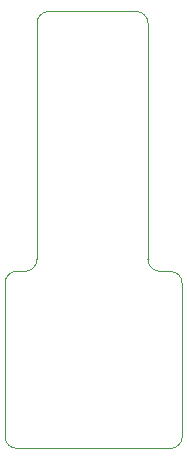
<source format=gbr>
%TF.GenerationSoftware,KiCad,Pcbnew,(6.0.11)*%
%TF.CreationDate,2024-01-05T01:14:00+00:00*%
%TF.ProjectId,EcoIDSolder,45636f49-4453-46f6-9c64-65722e6b6963,rev?*%
%TF.SameCoordinates,Original*%
%TF.FileFunction,Profile,NP*%
%FSLAX46Y46*%
G04 Gerber Fmt 4.6, Leading zero omitted, Abs format (unit mm)*
G04 Created by KiCad (PCBNEW (6.0.11)) date 2024-01-05 01:14:00*
%MOMM*%
%LPD*%
G01*
G04 APERTURE LIST*
%TA.AperFunction,Profile*%
%ADD10C,0.100000*%
%TD*%
G04 APERTURE END LIST*
D10*
X143000000Y-90800000D02*
X143000000Y-70800000D01*
X152400000Y-90800000D02*
G75*
G03*
X153400000Y-91800000I1000000J0D01*
G01*
X144000000Y-69800000D02*
G75*
G03*
X143000000Y-70800000I0J-1000000D01*
G01*
X140300000Y-105800000D02*
X140300001Y-92800001D01*
X140300000Y-105800000D02*
G75*
G03*
X141300000Y-106800000I1000000J0D01*
G01*
X152400000Y-70800000D02*
G75*
G03*
X151400000Y-69800000I-1000000J0D01*
G01*
X154292893Y-91807107D02*
X153400000Y-91800000D01*
X152400000Y-70800000D02*
X152400000Y-90800000D01*
X141300001Y-91800001D02*
X142000000Y-91800000D01*
X155292893Y-92807107D02*
G75*
G03*
X154292893Y-91807107I-999993J7D01*
G01*
X154300000Y-106800000D02*
G75*
G03*
X155300000Y-105800000I0J1000000D01*
G01*
X144000000Y-69800000D02*
X151400000Y-69800000D01*
X141300000Y-106800000D02*
X154300000Y-106800000D01*
X142000000Y-91800000D02*
G75*
G03*
X143000000Y-90800000I0J1000000D01*
G01*
X141300001Y-91800001D02*
G75*
G03*
X140300001Y-92800001I-1J-999999D01*
G01*
X155300000Y-105800000D02*
X155292893Y-92807107D01*
M02*

</source>
